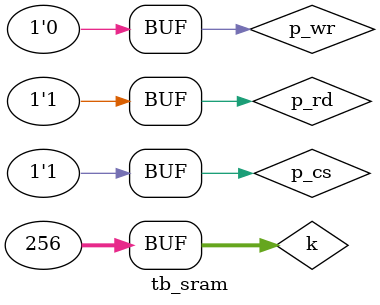
<source format=v>
`timescale 1ns / 1ns
`include "sram.v"

module tb_sram();
	wire [7:0] p_dout;
	reg [7:0] p_din;
	reg [7:0] p_addr;
	reg p_wr, p_rd, p_cs;

	integer k;
	
	sram p_sram(.dout(p_dout), .din(p_din), .addr(p_addr), .wr(p_wr), .rd(p_rd), .cs(p_cs));
	
	initial begin
		p_cs = 1'b1;
		p_wr = 1'b1;
		p_rd = 1'b0;
		p_addr = 8'b0;
	
		for (k=0; k<256; k=k+1) begin:WRITE
			#10;
			p_addr = k;
			p_din = ($random) % 256;
		end

		#20 p_cs = 1'b0;
		#20 p_cs = 1'b1;
		p_wr = 1'b0;
		p_rd = 1'b1;
		
		for(k=0; k<256; k=k+1) begin:READ
			#10;
			p_addr = ($random) % 256;
		end
	end
	
	initial begin 
		$monitor("time: %tns, ", $time, "cs=%b, wr=%b, rd=%b, din=%8b, addr=%8b, dout=%8b", p_cs, p_wr, p_rd, p_din, p_addr, p_dout);
	end
endmodule
</source>
